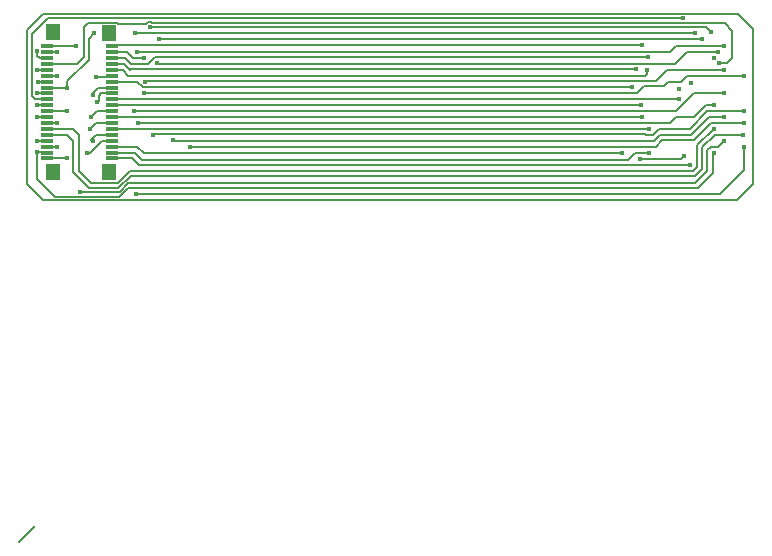
<source format=gbl>
G04 Layer_Physical_Order=2*
G04 Layer_Color=16711680*
%FSLAX25Y25*%
%MOIN*%
G70*
G01*
G75*
%ADD10R,0.04724X0.05315*%
%ADD11R,0.03937X0.01378*%
%ADD12C,0.00709*%
%ADD13C,0.01772*%
D10*
X27739Y56080D02*
D03*
X9028Y56280D02*
D03*
Y9724D02*
D03*
X27903Y9719D02*
D03*
D11*
X28812Y14252D02*
D03*
Y16220D02*
D03*
Y18189D02*
D03*
Y20157D02*
D03*
Y22126D02*
D03*
Y24094D02*
D03*
Y26063D02*
D03*
Y28032D02*
D03*
Y30000D02*
D03*
Y31969D02*
D03*
Y33937D02*
D03*
Y35906D02*
D03*
Y37874D02*
D03*
Y39843D02*
D03*
Y41811D02*
D03*
Y43780D02*
D03*
Y45748D02*
D03*
Y47717D02*
D03*
Y49685D02*
D03*
Y51654D02*
D03*
X7158D02*
D03*
Y49685D02*
D03*
Y47717D02*
D03*
Y45748D02*
D03*
Y43780D02*
D03*
Y41811D02*
D03*
Y39843D02*
D03*
Y37874D02*
D03*
Y35906D02*
D03*
Y33937D02*
D03*
Y31969D02*
D03*
Y30000D02*
D03*
Y28032D02*
D03*
Y26063D02*
D03*
Y24094D02*
D03*
Y22126D02*
D03*
Y20157D02*
D03*
Y18189D02*
D03*
Y16220D02*
D03*
Y14252D02*
D03*
D12*
X239296Y10296D02*
Y18189D01*
X231500Y2500D02*
X239296Y10296D01*
X37465Y2500D02*
X231500D01*
X7500Y61200D02*
X219000D01*
X2000Y55700D02*
X7500Y61200D01*
X2000Y34900D02*
Y55700D01*
X232928Y59400D02*
X235500Y56828D01*
X42211Y59400D02*
X232928D01*
X235500Y47700D02*
Y56828D01*
X233706Y45906D02*
X235500Y47700D01*
X231094Y45906D02*
X233706D01*
X213690Y43780D02*
X232587D01*
X225715Y49583D02*
X225833Y49700D01*
X230900D01*
X40189Y59200D02*
X40623Y59634D01*
X41977D02*
X42211Y59400D01*
X40623Y59634D02*
X41977D01*
X19300Y58000D02*
X20785Y59485D01*
X30411D01*
X30697Y59200D02*
X40189D01*
X30411Y59485D02*
X30697Y59200D01*
X36500Y56200D02*
X223100D01*
X36300Y56000D02*
X36500Y56200D01*
X28880Y31900D02*
X205200D01*
X28812Y31969D02*
X28880Y31900D01*
X29243Y28000D02*
X205500D01*
X29043Y27800D02*
X29243Y28000D01*
X37340Y26083D02*
X214906D01*
X28812Y28032D02*
X29043Y27800D01*
X214906Y26083D02*
X216835Y28012D01*
X29258Y51900D02*
X205300D01*
X29158Y52000D02*
X29258Y51900D01*
X28812Y51654D02*
X29158Y52000D01*
X207200Y42500D02*
Y43600D01*
X206542Y41842D02*
X207200Y42500D01*
X36100Y30100D02*
X216740D01*
X216820Y30020D01*
X222706Y35906D01*
X9600Y1500D02*
X31200D01*
X3820Y7280D02*
X9600Y1500D01*
X31200D02*
X34074Y4374D01*
X3820Y7280D02*
Y16480D01*
X35082Y8500D02*
X219628D01*
X34224Y6083D02*
X223216D01*
X31341Y3200D02*
X34224Y6083D01*
X30884Y4302D02*
X35082Y8500D01*
X21081Y4302D02*
X30884D01*
X18000Y3200D02*
X31341D01*
X34074Y4374D02*
X223923D01*
X30634Y6000D02*
X34843Y10209D01*
X21800Y6000D02*
X30634D01*
X34843Y10209D02*
X220335D01*
X15800Y9584D02*
X21081Y4302D01*
X3800Y32100D02*
X7027D01*
X7158Y31969D01*
X2000Y34900D02*
X2963Y33937D01*
X7158D01*
X4000Y39800D02*
X7116D01*
X7158Y39843D01*
X3900Y48400D02*
Y50100D01*
Y48400D02*
X4600Y47700D01*
X7142D01*
X7158Y47717D01*
X225509Y17926D02*
X229783Y22200D01*
X239100D01*
X227216Y30000D02*
X239400D01*
X32166Y33937D02*
X217643D01*
X28812D02*
X32166D01*
X34208Y41842D02*
X206542D01*
X44100Y45700D02*
X210098D01*
X34784Y43900D02*
X203400D01*
X34676Y43791D02*
X34784Y43900D01*
X32719Y45748D02*
X34676Y43791D01*
X32271Y43780D02*
X34208Y41842D01*
X39934Y40134D02*
X210044D01*
X213690Y43780D01*
X210098Y45700D02*
X210127Y45728D01*
X43800Y46000D02*
X44100Y45700D01*
X43044Y48000D02*
X207300D01*
X210127Y45728D02*
X216528D01*
X37064Y39843D02*
X38993Y37913D01*
X28812Y39843D02*
X37064D01*
X210127Y49705D02*
X214906D01*
X210123Y49709D02*
X210127Y49705D01*
X37099Y49709D02*
X210123D01*
X39800Y39862D02*
Y40000D01*
X39300Y35965D02*
X39335Y36000D01*
X38993Y37913D02*
X202213D01*
X37300Y26043D02*
X37340Y26083D01*
X28812Y24094D02*
X207607D01*
X37095Y49705D02*
X37099Y49709D01*
X7158Y14252D02*
X13839D01*
X7158Y26063D02*
X10513D01*
X3804Y28032D02*
X7158D01*
Y30000D02*
X13839D01*
X3804Y35906D02*
X7158D01*
Y37874D02*
X13839D01*
X7158Y41811D02*
X10513D01*
X3804Y43780D02*
X7158D01*
Y45748D02*
X17048D01*
X7158Y49685D02*
X10513D01*
X7158Y51654D02*
X16646D01*
X17048Y45748D02*
X19300Y48000D01*
Y58000D01*
X28812Y14252D02*
X35493D01*
X37745Y12000D01*
X221300D01*
X28812Y49685D02*
X33615D01*
X35603Y47697D01*
X28812Y47717D02*
X33167D01*
X28812Y45748D02*
X32719D01*
X28812Y43780D02*
X32271D01*
X23300Y41500D02*
X23351Y41551D01*
X28552D01*
X28812Y41811D01*
X39800Y40000D02*
X39934Y40134D01*
X35603Y47697D02*
X39300D01*
X33167Y47717D02*
X35136Y45748D01*
X40792D01*
X43044Y48000D01*
X217446Y37854D02*
X217800Y37500D01*
X220399Y41811D02*
X239296D01*
X218450Y39862D02*
X220399Y41811D01*
X214138Y39862D02*
X218450D01*
X212701Y38425D02*
X214138Y39862D01*
X24174Y37874D02*
X28812D01*
X22300Y36000D02*
X24174Y37874D01*
X22300Y35500D02*
Y36000D01*
X201406Y35965D02*
X203765D01*
X206225Y38425D01*
X212701D01*
X23800Y33000D02*
X24249Y33449D01*
Y34949D01*
X25206Y35906D01*
X28812D01*
X41300Y58000D02*
X226800D01*
X228300Y56500D01*
X218470Y51654D02*
X232587D01*
X216528Y45728D02*
X220383Y49583D01*
X225715D01*
X44300Y54000D02*
X225300D01*
X216835Y51634D02*
X218450D01*
X214906Y49705D02*
X216835Y51634D01*
X21009Y54209D02*
X22800Y56000D01*
X21009Y47209D02*
Y54209D01*
X13800Y40000D02*
X21009Y47209D01*
X13800Y37913D02*
Y40000D01*
Y37913D02*
X13839Y37874D01*
X218450Y51634D02*
X218470Y51654D01*
X222706Y35906D02*
X232587D01*
X23800Y30000D02*
X28812D01*
X21800Y28000D02*
X23800Y30000D01*
X23363Y26063D02*
X28812D01*
X21300Y24000D02*
X23363Y26063D01*
X216835Y28012D02*
X222812D01*
X226769Y31969D01*
X229261D01*
X221331Y24114D02*
X227216Y30000D01*
X211048Y24114D02*
X221331D01*
X23426Y22126D02*
X28812D01*
X21800Y20500D02*
X22300Y20000D01*
X21800Y20500D02*
X23426Y22126D01*
X28812Y20157D02*
X29072Y19898D01*
X227832Y28032D02*
X232587D01*
X221800Y22000D02*
X227832Y28032D01*
X211350Y22000D02*
X221800D01*
X209508Y20157D02*
X211350Y22000D01*
X42300Y22106D02*
X42579Y22386D01*
X206560D01*
X206800Y22146D01*
X209080D01*
X211048Y24114D01*
X48957Y20157D02*
Y20343D01*
Y20157D02*
X209508D01*
X25457D02*
X28812D01*
X21300Y16000D02*
X25457Y20157D01*
X20628Y16000D02*
X21300D01*
X20427Y16201D02*
X20628Y16000D01*
X204800Y14000D02*
X218300D01*
X219300Y15000D01*
X228473Y26063D02*
X239296D01*
X222702Y20291D02*
X228473Y26063D01*
X212091Y20291D02*
X222702D01*
X209969Y18169D02*
X212091Y20291D01*
X206800Y18169D02*
X209969D01*
X206631Y18000D02*
X206800Y18169D01*
X54800Y18000D02*
Y18169D01*
Y18000D02*
X206631D01*
X28812Y16220D02*
X36288D01*
X38800Y13709D01*
X200717D01*
X203229Y16220D01*
X207607D01*
X28812Y18189D02*
X37111D01*
X39300Y16000D01*
X198800D01*
X223800Y11500D02*
Y18634D01*
X229261Y24094D01*
X225509Y10792D02*
Y17926D01*
X7158Y22126D02*
X13839D01*
X227217Y10085D02*
Y16933D01*
X228454Y18169D02*
X230599D01*
X227217Y16933D02*
X228454Y18169D01*
X230599D02*
X232587Y20157D01*
X3804D02*
X7158D01*
X228926Y9377D02*
Y15886D01*
X229261Y16220D01*
X7158Y18189D02*
X10513D01*
X7158Y24094D02*
X15706D01*
X17800Y10000D02*
Y22000D01*
X15706Y24094D02*
X17800Y22000D01*
X15800Y9584D02*
Y20165D01*
X13839Y22126D02*
X15800Y20165D01*
X223923Y4374D02*
X228926Y9377D01*
X222351Y10051D02*
X223800Y11500D01*
X220493Y10051D02*
X222351D01*
X220335Y10209D02*
X220493Y10051D01*
X223059Y8343D02*
X225509Y10792D01*
X219785Y8343D02*
X223059D01*
X219628Y8500D02*
X219785Y8343D01*
X223216Y6083D02*
X227217Y10085D01*
X6898Y16480D02*
X7158Y16220D01*
X3820Y16480D02*
X6898D01*
X17800Y10000D02*
X21800Y6000D01*
X39335Y36000D02*
X201371D01*
X201406Y35965D01*
X237300Y62500D02*
X242400Y57400D01*
X400Y5600D02*
Y57200D01*
Y5600D02*
X5600Y400D01*
X237100D01*
X-2100Y-113500D02*
X3000Y-108400D01*
X5700Y62500D02*
X237300D01*
X600Y57300D02*
X5700Y62400D01*
X242400Y5700D02*
Y57400D01*
X237200Y500D02*
X242300Y5600D01*
D13*
X231094Y45906D02*
D03*
X230900Y49700D02*
D03*
X229261Y47717D02*
D03*
X219000Y61100D02*
D03*
X223100Y56200D02*
D03*
X205200Y31900D02*
D03*
X205500Y28000D02*
D03*
X205300Y51900D02*
D03*
X207200Y43600D02*
D03*
X36100Y30100D02*
D03*
X36600Y2300D02*
D03*
X18000Y3200D02*
D03*
X3800Y32100D02*
D03*
X4000Y39800D02*
D03*
X3900Y50100D02*
D03*
X239100Y22200D02*
D03*
X239400Y30000D02*
D03*
X203400Y43900D02*
D03*
X207300Y48000D02*
D03*
X39800Y39862D02*
D03*
X39300Y35965D02*
D03*
X37300Y26043D02*
D03*
X207607Y24094D02*
D03*
X217643Y33937D02*
D03*
X239296Y26063D02*
D03*
X232587Y28032D02*
D03*
X229261Y31969D02*
D03*
X232587Y35906D02*
D03*
X239296Y41811D02*
D03*
X232587Y43780D02*
D03*
Y51654D02*
D03*
X13839Y14252D02*
D03*
X10513Y26063D02*
D03*
X3804Y28032D02*
D03*
X13839Y30000D02*
D03*
X3804Y35906D02*
D03*
X13839Y37874D02*
D03*
X10513Y41811D02*
D03*
X3804Y43780D02*
D03*
X10513Y49685D02*
D03*
X16646Y51654D02*
D03*
X228300Y56500D02*
D03*
X204800Y14000D02*
D03*
X221300Y12000D02*
D03*
X43800Y46000D02*
D03*
X23300Y41500D02*
D03*
X37095Y49705D02*
D03*
X202213Y37913D02*
D03*
X39300Y47697D02*
D03*
X217800Y37500D02*
D03*
X221800Y39500D02*
D03*
X22300Y35500D02*
D03*
X23800Y33000D02*
D03*
X225300Y54000D02*
D03*
X41300Y58000D02*
D03*
X44300Y54000D02*
D03*
X36300Y56000D02*
D03*
X22800D02*
D03*
X21800Y28000D02*
D03*
X21300Y24000D02*
D03*
X22300Y20000D02*
D03*
X207607Y16220D02*
D03*
X42300Y22106D02*
D03*
X48957Y20343D02*
D03*
X20427Y16201D02*
D03*
X219300Y15000D02*
D03*
X54800Y18169D02*
D03*
X198800Y16000D02*
D03*
X229261Y24094D02*
D03*
X232587Y20157D02*
D03*
X3804D02*
D03*
X229261Y16220D02*
D03*
X239296Y18189D02*
D03*
X10513D02*
D03*
X3820Y16480D02*
D03*
M02*

</source>
